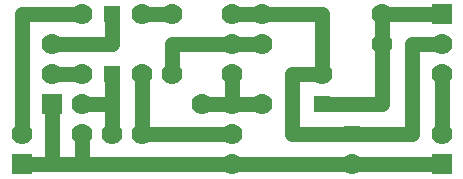
<source format=gbl>
G75*
%MOIN*%
%OFA0B0*%
%FSLAX25Y25*%
%IPPOS*%
%LPD*%
%AMOC8*
5,1,8,0,0,1.08239X$1,22.5*
%
%ADD10R,0.07000X0.07000*%
%ADD11C,0.07000*%
%ADD12R,0.05543X0.05543*%
%ADD13C,0.05000*%
D10*
X0011000Y0011000D03*
X0021000Y0031000D03*
X0151000Y0011000D03*
X0151000Y0061000D03*
D11*
X0131000Y0061000D03*
X0131000Y0051000D03*
X0151000Y0051000D03*
X0151000Y0041000D03*
X0111000Y0041000D03*
X0091000Y0031000D03*
X0081000Y0031000D03*
X0071000Y0031000D03*
X0061000Y0041000D03*
X0051000Y0041000D03*
X0031000Y0041000D03*
X0021000Y0041000D03*
X0031000Y0031000D03*
X0031000Y0021000D03*
X0041000Y0021000D03*
X0051000Y0021000D03*
X0081000Y0021000D03*
X0081000Y0011000D03*
X0121000Y0011000D03*
X0151000Y0021000D03*
X0091000Y0051000D03*
X0081000Y0051000D03*
X0081000Y0041000D03*
X0081000Y0061000D03*
X0091000Y0061000D03*
X0061000Y0061000D03*
X0051000Y0061000D03*
X0031000Y0061000D03*
X0021000Y0051000D03*
X0011000Y0021000D03*
D12*
X0041000Y0041000D03*
X0041000Y0061000D03*
X0111000Y0031000D03*
X0121000Y0021000D03*
D13*
X0101000Y0021000D01*
X0101000Y0041000D01*
X0111000Y0041000D01*
X0111000Y0061000D01*
X0091000Y0061000D01*
X0081000Y0061000D01*
X0061000Y0061000D02*
X0051000Y0061000D01*
X0041000Y0061000D02*
X0041000Y0051000D01*
X0021000Y0051000D01*
X0021000Y0041000D02*
X0031000Y0041000D01*
X0041000Y0041000D02*
X0041000Y0031000D01*
X0031000Y0031000D01*
X0041000Y0031000D02*
X0041000Y0021000D01*
X0031000Y0021000D02*
X0031000Y0011000D01*
X0081000Y0011000D01*
X0121000Y0011000D01*
X0151000Y0011000D01*
X0151000Y0021000D02*
X0151000Y0041000D01*
X0131000Y0031000D02*
X0111000Y0031000D01*
X0091000Y0031000D02*
X0081000Y0031000D01*
X0081000Y0041000D01*
X0081000Y0031000D02*
X0071000Y0031000D01*
X0061000Y0041000D02*
X0061000Y0051000D01*
X0081000Y0051000D01*
X0091000Y0051000D01*
X0131000Y0051000D02*
X0131000Y0031000D01*
X0141000Y0021000D02*
X0121000Y0021000D01*
X0141000Y0021000D02*
X0141000Y0051000D01*
X0151000Y0051000D01*
X0131000Y0051000D02*
X0131000Y0061000D01*
X0151000Y0061000D01*
X0081000Y0021000D02*
X0051000Y0021000D01*
X0051000Y0041000D01*
X0021000Y0031000D02*
X0021000Y0011000D01*
X0031000Y0011000D01*
X0021000Y0011000D02*
X0011000Y0011000D01*
X0011000Y0021000D02*
X0011000Y0061000D01*
X0031000Y0061000D01*
M02*

</source>
